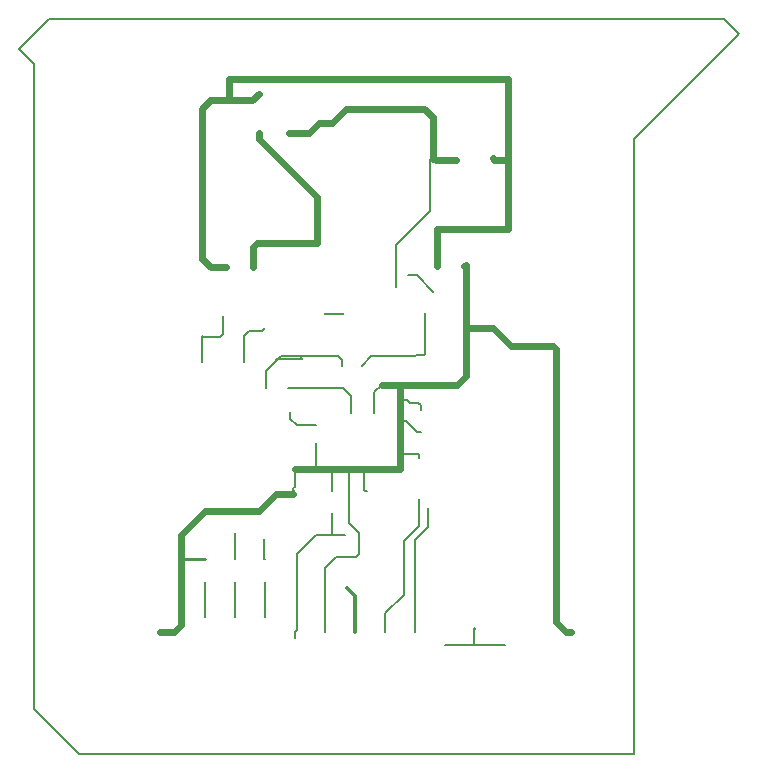
<source format=gbr>
G04 EAGLE Gerber RS-274X export*
G75*
%MOMM*%
%FSLAX34Y34*%
%LPD*%
%INBottom Copper*%
%IPPOS*%
%AMOC8*
5,1,8,0,0,1.08239X$1,22.5*%
G01*
%ADD10C,0.304800*%
%ADD11C,0.203200*%
%ADD12C,0.254000*%
%ADD13C,0.609600*%
%ADD14C,0.152400*%


D10*
X221171Y57214D02*
X214186Y64199D01*
X221171Y57214D02*
X221171Y26416D01*
D11*
X217996Y212192D02*
X217996Y226504D01*
X210820Y233680D01*
X164592Y233680D01*
X170371Y26416D02*
X170053Y21971D01*
X297180Y16002D02*
X321437Y16002D01*
X321437Y29718D01*
D12*
X321564Y30607D01*
D11*
X321437Y16002D02*
X347980Y16002D01*
X200533Y109093D02*
X188341Y109093D01*
X200533Y109093D02*
X212725Y109093D01*
X188341Y109093D02*
X172085Y92837D01*
X172085Y28130D01*
X170371Y26416D01*
X201549Y110109D02*
X201549Y127533D01*
X201549Y110109D02*
X200533Y109093D01*
X283210Y115570D02*
X283210Y132080D01*
X271971Y104331D02*
X271971Y26416D01*
X271971Y104331D02*
X283210Y115570D01*
X246566Y37524D02*
X246571Y26416D01*
X246571Y42609D02*
X262446Y58484D01*
X246571Y42609D02*
X246571Y37529D01*
X246566Y37524D01*
X262446Y58484D02*
X262446Y103696D01*
X275590Y116840D02*
X275590Y139700D01*
X275590Y116840D02*
X262446Y103696D01*
X265938Y328676D02*
X273304Y328676D01*
X287020Y314960D01*
D13*
X182220Y449580D02*
X165100Y449580D01*
X182220Y449580D02*
X190500Y457860D01*
X201320Y457860D01*
X213360Y469900D01*
X279400Y469900D01*
X286839Y462461D02*
X286839Y427164D01*
X286839Y462461D02*
X279400Y469900D01*
X286839Y427164D02*
X289116Y427164D01*
X289560Y426720D01*
X306230Y426720D01*
D11*
X255778Y354838D02*
X255778Y318516D01*
X284924Y427164D02*
X286839Y427164D01*
X284924Y427164D02*
X284480Y426720D01*
X284480Y383540D01*
X255778Y354838D01*
X131420Y281940D02*
X127000Y277520D01*
X126720Y277240D02*
X126720Y255280D01*
X126720Y277240D02*
X127000Y277520D01*
X131420Y281940D02*
X142240Y281940D01*
X144780Y284480D01*
X109220Y279400D02*
X109220Y294640D01*
X109220Y279400D02*
X106680Y276860D01*
X92100Y276860D01*
X91440Y277520D01*
X91720Y277240D02*
X91720Y255280D01*
X91720Y277240D02*
X91440Y277520D01*
X154479Y258073D02*
X176140Y258073D01*
X175260Y260350D02*
X158750Y260350D01*
X146050Y247650D02*
X146050Y233020D01*
X146050Y247650D02*
X158750Y260350D01*
X175260Y260350D02*
X207010Y260350D01*
X175260Y260350D02*
X175260Y258953D01*
X176140Y258073D01*
X210058Y257302D02*
X210058Y252222D01*
X210058Y257302D02*
X207010Y260350D01*
X234696Y260350D02*
X271780Y260350D01*
X234696Y260350D02*
X226568Y252222D01*
X280010Y262230D02*
X280010Y297180D01*
X280010Y262230D02*
X279400Y261620D01*
X273050Y261620D01*
X271780Y260350D01*
D13*
X133960Y476860D02*
X114300Y476860D01*
X133960Y476860D02*
X139700Y482600D01*
X114300Y476860D02*
X114300Y495300D01*
X337820Y427830D02*
X338930Y426720D01*
X350520Y495300D02*
X114300Y495300D01*
X350520Y495300D02*
X350520Y426720D01*
X350520Y368300D01*
X290830Y368300D01*
X290830Y336940D01*
X290690Y336800D01*
X338930Y426720D02*
X350520Y426720D01*
X91440Y469900D02*
X91440Y342900D01*
X98810Y335530D02*
X111620Y335530D01*
X98810Y335530D02*
X91440Y342900D01*
X98400Y476860D02*
X114300Y476860D01*
X98400Y476860D02*
X91440Y469900D01*
D11*
X144272Y105664D02*
X144272Y88877D01*
X144654Y88495D01*
X119380Y88304D02*
X119380Y110236D01*
X93980Y53340D02*
X93980Y39583D01*
X93979Y53341D02*
X93979Y69302D01*
X93979Y53341D02*
X93980Y53340D01*
X119380Y53340D02*
X119380Y39837D01*
X119126Y39583D01*
X119380Y53340D02*
X119380Y69304D01*
X144653Y53340D02*
X144653Y39583D01*
X144780Y39456D01*
X144654Y53341D02*
X144654Y69495D01*
X144654Y53341D02*
X144653Y53340D01*
X171704Y201676D02*
X187706Y201676D01*
X165862Y207518D02*
X165862Y213360D01*
X165862Y207518D02*
X171704Y201676D01*
X210820Y296164D02*
X210820Y296926D01*
X210820Y296164D02*
X195936Y296164D01*
X195428Y296672D01*
X204660Y89916D02*
X195453Y80709D01*
X195771Y26416D01*
X204660Y89916D02*
X222250Y89916D01*
X224790Y92456D01*
D13*
X313690Y336800D02*
X313940Y336800D01*
X314960Y337820D01*
X314960Y284480D01*
X337820Y284480D02*
X337820Y283870D01*
X337820Y284480D02*
X314960Y284480D01*
D11*
X236982Y229616D02*
X236982Y211938D01*
X236982Y229616D02*
X243840Y236220D01*
D13*
X314960Y243840D02*
X314960Y284480D01*
X259080Y236220D02*
X259080Y223520D01*
D12*
X259715Y222885D01*
D13*
X259080Y223520D02*
X259080Y205740D01*
X307340Y236220D02*
X314960Y243840D01*
X307340Y236220D02*
X259080Y236220D01*
X243840Y236220D01*
X259080Y205740D02*
X259080Y177800D01*
X259080Y175260D01*
X259080Y177800D02*
X259080Y165100D01*
X228600Y165100D01*
X187960Y165100D02*
X170180Y165100D01*
X187960Y165100D02*
X203200Y165100D01*
X218440Y165100D01*
X228600Y165100D01*
D11*
X201549Y163449D02*
X201549Y146533D01*
X201549Y163449D02*
X203200Y165100D01*
X229514Y146406D02*
X231076Y146406D01*
X229514Y146406D02*
X228600Y147320D01*
X228600Y165100D01*
X169608Y146914D02*
X169608Y144449D01*
X168725Y143566D01*
X168725Y148405D01*
X170180Y149860D01*
X170180Y165100D01*
X187706Y165354D02*
X187706Y186436D01*
X187706Y165354D02*
X187960Y165100D01*
X276504Y215138D02*
X276504Y218796D01*
X274320Y220980D01*
X267335Y220980D01*
X264795Y223520D01*
X259080Y223520D01*
X273748Y196152D02*
X276504Y196152D01*
X273748Y196152D02*
X264160Y205740D01*
X259080Y205740D01*
X275297Y176823D02*
X275297Y174244D01*
X275297Y176823D02*
X274320Y177800D01*
X259080Y177800D01*
X224790Y110490D02*
X224790Y92456D01*
X224790Y110490D02*
X215900Y119380D01*
X215900Y162560D01*
X218440Y165100D01*
D13*
X168725Y143566D02*
X153726Y143566D01*
X139700Y129540D01*
X93980Y129540D01*
X67374Y26734D02*
X56198Y26734D01*
D12*
X92038Y88302D02*
X93979Y88302D01*
X92038Y88302D02*
X91440Y88900D01*
D13*
X73660Y33020D02*
X67374Y26734D01*
X73660Y33020D02*
X73660Y88900D01*
X73660Y109220D01*
X93980Y129540D01*
D12*
X91440Y88900D02*
X73660Y88900D01*
D13*
X399669Y27051D02*
X403924Y27051D01*
X399669Y27051D02*
X391160Y35560D01*
X391160Y266065D01*
X388620Y268605D01*
X353085Y268605D01*
X337820Y283870D01*
X189230Y356210D02*
X137770Y356210D01*
X134620Y353060D01*
X134620Y335530D01*
X139700Y444500D02*
X139700Y449580D01*
X189230Y394970D02*
X189230Y356210D01*
X189230Y394970D02*
X139700Y444500D01*
D14*
X0Y546100D02*
X-12700Y546100D01*
X0Y546100D02*
X533400Y546100D01*
X546100Y533400D01*
X457200Y444500D01*
X457200Y-76200D01*
X-12700Y-76200D01*
X-50800Y-38100D01*
X-50800Y508000D01*
X-63500Y520700D01*
X-38100Y546100D01*
X-12700Y546100D01*
M02*

</source>
